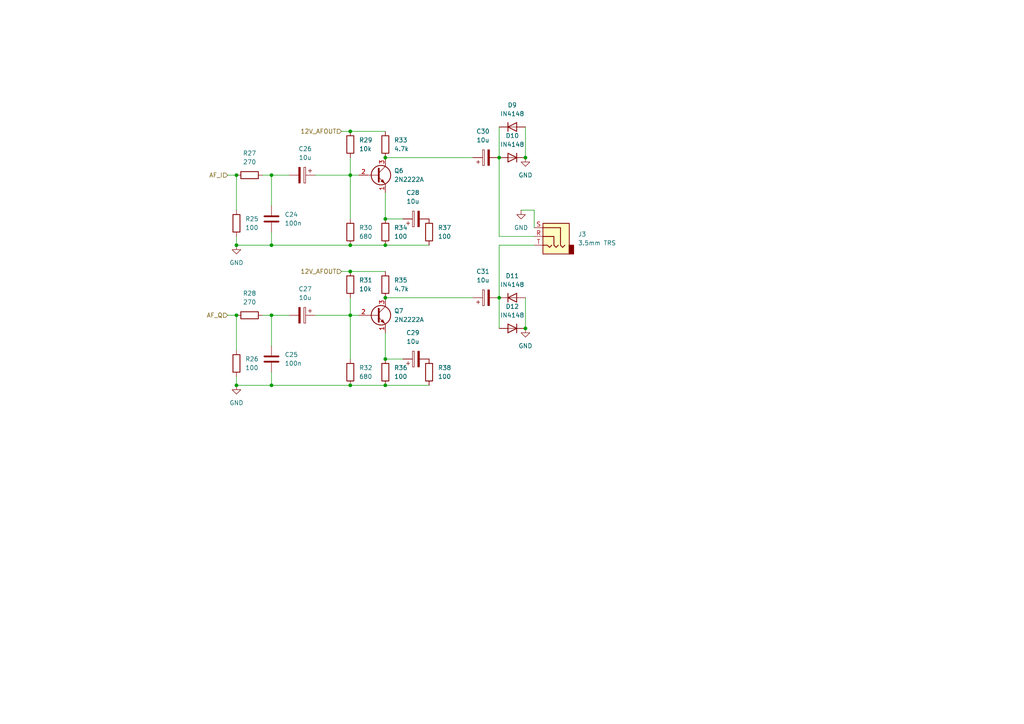
<source format=kicad_sch>
(kicad_sch (version 20250114) (generator "eeschema") (generator_version "9.0")
  (paper "A4")
  (lib_symbols
    (symbol "Connector_Audio:AudioJack3"
      (property "Reference" "J" (at 0 8.89 0))
      (property "Value" "AudioJack3" (at 0 6.35 0))
      (symbol "AudioJack3_0_1"
        (rectangle (start -5.08 -5.08) (end -6.35 -2.54) (stroke (width 0.254)) (fill (type outline)))
        (polyline (pts (xy -1.905 -2.54) (xy -1.27 -3.175) (xy -0.635 -2.54) (xy -0.635 0) (xy 2.54 0)) (stroke (width 0.254)))
        (polyline (pts (xy 0 -2.54) (xy 0.635 -3.175) (xy 1.27 -2.54) (xy 2.54 -2.54)) (stroke (width 0.254)))
        (rectangle (start 2.54 3.81) (end -5.08 -5.08) (stroke (width 0.254)) (fill (type background)))
        (polyline (pts (xy 2.54 2.54) (xy -2.54 2.54) (xy -2.54 -2.54) (xy -3.175 -3.175) (xy -3.81 -2.54)) (stroke (width 0.254)))
      )
      (symbol "AudioJack3_1_1"
        (pin passive line (at 5.08 2.54 180) (length 2.54) (name "~") (number "S"))
        (pin passive line (at 5.08 0 180) (length 2.54) (name "~") (number "R"))
        (pin passive line (at 5.08 -2.54 180) (length 2.54) (name "~") (number "T"))
      )
    )
    (symbol "Device:C" (pin_numbers (hide yes)) (pin_names (offset 0.254))
      (property "Reference" "C" (at 0.635 2.54 0))
      (property "Value" "C" (at 0.635 -2.54 0))
      (symbol "C_0_1"
        (polyline (pts (xy -2.032 0.762) (xy 2.032 0.762)) (stroke (width 0.508)))
        (polyline (pts (xy -2.032 -0.762) (xy 2.032 -0.762)) (stroke (width 0.508)))
      )
      (symbol "C_1_1"
        (pin passive line (at 0 3.81 270) (length 2.794) (name "~") (number "1"))
        (pin passive line (at 0 -3.81 90) (length 2.794) (name "~") (number "2"))
      )
    )
    (symbol "Device:C_Polarized" (pin_numbers (hide yes)) (pin_names (offset 0.254))
      (property "Reference" "C" (at 0.635 2.54 0))
      (property "Value" "C_Polarized" (at 0.635 -2.54 0))
      (symbol "C_Polarized_0_1"
        (rectangle (start -2.286 0.508) (end 2.286 1.016))
        (polyline (pts (xy -1.778 2.286) (xy -0.762 2.286)))
        (polyline (pts (xy -1.27 2.794) (xy -1.27 1.778)))
        (rectangle (start 2.286 -0.508) (end -2.286 -1.016) (fill (type outline)))
      )
      (symbol "C_Polarized_1_1"
        (pin passive line (at 0 3.81 270) (length 2.794) (name "~") (number "1"))
        (pin passive line (at 0 -3.81 90) (length 2.794) (name "~") (number "2"))
      )
    )
    (symbol "Device:D" (pin_numbers (hide yes)) (pin_names (offset 1.016) (hide yes))
      (property "Reference" "D" (at 0 2.54 0))
      (property "Value" "D" (at 0 -2.54 0))
      (symbol "D_0_1"
        (polyline (pts (xy -1.27 1.27) (xy -1.27 -1.27)) (stroke (width 0.254)))
        (polyline (pts (xy 1.27 1.27) (xy 1.27 -1.27) (xy -1.27 0) (xy 1.27 1.27)) (stroke (width 0.254)))
        (polyline (pts (xy 1.27 0) (xy -1.27 0)))
      )
      (symbol "D_1_1"
        (pin passive line (at -3.81 0 0) (length 2.54) (name "K") (number "1"))
        (pin passive line (at 3.81 0 180) (length 2.54) (name "A") (number "2"))
      )
    )
    (symbol "Device:R" (pin_numbers (hide yes)) (pin_names (offset 0))
      (property "Reference" "R" (at 2.032 0 90))
      (property "Value" "R" (at 0 0 90))
      (symbol "R_0_1"
        (rectangle (start -1.016 -2.54) (end 1.016 2.54) (stroke (width 0.254)))
      )
      (symbol "R_1_1"
        (pin passive line (at 0 3.81 270) (length 1.27) (name "~") (number "1"))
        (pin passive line (at 0 -3.81 90) (length 1.27) (name "~") (number "2"))
      )
    )
    (symbol "Transistor_BJT:Q_NPN_EBC" (pin_names (offset 0) (hide yes))
      (property "Reference" "Q" (at 5.08 1.27 0))
      (property "Value" "Q_NPN_EBC" (at 5.08 -1.27 0))
      (symbol "Q_NPN_EBC_0_1"
        (polyline (pts (xy -2.54 0) (xy 0.635 0)))
        (polyline (pts (xy 0.635 1.905) (xy 0.635 -1.905)) (stroke (width 0.508)))
        (circle (center 1.27 0) (radius 2.8194) (stroke (width 0.254)))
      )
      (symbol "Q_NPN_EBC_1_1"
        (polyline (pts (xy 0.635 0.635) (xy 2.54 2.54)))
        (polyline (pts (xy 0.635 -0.635) (xy 2.54 -2.54)))
        (polyline (pts (xy 1.27 -1.778) (xy 1.778 -1.27) (xy 2.286 -2.286) (xy 1.27 -1.778)) (fill (type outline)))
        (pin input line (at -5.08 0 0) (length 2.54) (name "B") (number "2"))
        (pin passive line (at 2.54 5.08 270) (length 2.54) (name "C") (number "3"))
        (pin passive line (at 2.54 -5.08 90) (length 2.54) (name "E") (number "1"))
      )
    )
    (symbol "power:GND" (power) (pin_numbers (hide yes)) (pin_names (offset 0) (hide yes))
      (property "Value" "GND" (at 0 -3.81 0))
      (symbol "GND_0_1"
        (polyline (pts (xy 0 0) (xy 0 -1.27) (xy 1.27 -1.27) (xy 0 -2.54) (xy -1.27 -1.27) (xy 0 -1.27)))
      )
      (symbol "GND_1_1"
        (pin power_in line (at 0 0 270) (length 0) (name "~") (number "1"))
      )
    )
  )
  (junction (at 111.76 86.36))
  (junction (at 78.74 91.44))
  (junction (at 152.4 45.72))
  (junction (at 101.6 38.1))
  (junction (at 144.78 45.72))
  (junction (at 101.6 78.74))
  (junction (at 68.58 91.44))
  (junction (at 111.76 71.12))
  (junction (at 111.76 63.5))
  (junction (at 101.6 50.8))
  (junction (at 68.58 111.76))
  (junction (at 78.74 111.76))
  (junction (at 101.6 111.76))
  (junction (at 78.74 50.8))
  (junction (at 101.6 91.44))
  (junction (at 111.76 104.14))
  (junction (at 101.6 71.12))
  (junction (at 111.76 45.72))
  (junction (at 144.78 86.36))
  (junction (at 68.58 50.8))
  (junction (at 152.4 95.25))
  (junction (at 78.74 71.12))
  (junction (at 111.76 111.76))
  (junction (at 68.58 71.12))
  (wire (pts (xy 101.6 91.44) (xy 104.14 91.44)))
  (wire (pts (xy 66.04 91.44) (xy 68.58 91.44)))
  (wire (pts (xy 78.74 107.95) (xy 78.74 111.76)))
  (wire (pts (xy 144.78 45.72) (xy 144.78 68.58)))
  (wire (pts (xy 66.04 50.8) (xy 68.58 50.8)))
  (wire (pts (xy 111.76 63.5) (xy 111.76 55.88)))
  (wire (pts (xy 68.58 50.8) (xy 68.58 60.96)))
  (wire (pts (xy 91.44 91.44) (xy 101.6 91.44)))
  (wire (pts (xy 101.6 50.8) (xy 101.6 63.5)))
  (wire (pts (xy 144.78 71.12) (xy 144.78 86.36)))
  (wire (pts (xy 101.6 71.12) (xy 111.76 71.12)))
  (wire (pts (xy 78.74 111.76) (xy 101.6 111.76)))
  (wire (pts (xy 101.6 38.1) (xy 111.76 38.1)))
  (wire (pts (xy 111.76 104.14) (xy 111.76 96.52)))
  (wire (pts (xy 144.78 86.36) (xy 144.78 95.25)))
  (wire (pts (xy 144.78 68.58) (xy 154.94 68.58)))
  (wire (pts (xy 152.4 86.36) (xy 152.4 95.25)))
  (wire (pts (xy 111.76 63.5) (xy 116.84 63.5)))
  (wire (pts (xy 111.76 104.14) (xy 116.84 104.14)))
  (wire (pts (xy 154.94 60.96) (xy 151.13 60.96)))
  (wire (pts (xy 111.76 111.76) (xy 124.46 111.76)))
  (wire (pts (xy 99.06 78.74) (xy 101.6 78.74)))
  (wire (pts (xy 78.74 67.31) (xy 78.74 71.12)))
  (wire (pts (xy 78.74 91.44) (xy 78.74 100.33)))
  (wire (pts (xy 68.58 71.12) (xy 68.58 68.58)))
  (wire (pts (xy 76.2 91.44) (xy 78.74 91.44)))
  (wire (pts (xy 144.78 36.83) (xy 144.78 45.72)))
  (wire (pts (xy 101.6 78.74) (xy 111.76 78.74)))
  (wire (pts (xy 78.74 111.76) (xy 68.58 111.76)))
  (wire (pts (xy 152.4 36.83) (xy 152.4 45.72)))
  (wire (pts (xy 101.6 50.8) (xy 104.14 50.8)))
  (wire (pts (xy 91.44 50.8) (xy 101.6 50.8)))
  (wire (pts (xy 78.74 71.12) (xy 101.6 71.12)))
  (wire (pts (xy 101.6 91.44) (xy 101.6 104.14)))
  (wire (pts (xy 101.6 111.76) (xy 111.76 111.76)))
  (wire (pts (xy 78.74 91.44) (xy 83.82 91.44)))
  (wire (pts (xy 101.6 45.72) (xy 101.6 50.8)))
  (wire (pts (xy 111.76 86.36) (xy 137.16 86.36)))
  (wire (pts (xy 111.76 45.72) (xy 137.16 45.72)))
  (wire (pts (xy 111.76 71.12) (xy 124.46 71.12)))
  (wire (pts (xy 78.74 71.12) (xy 68.58 71.12)))
  (wire (pts (xy 78.74 50.8) (xy 83.82 50.8)))
  (wire (pts (xy 99.06 38.1) (xy 101.6 38.1)))
  (wire (pts (xy 101.6 86.36) (xy 101.6 91.44)))
  (wire (pts (xy 68.58 111.76) (xy 68.58 109.22)))
  (wire (pts (xy 144.78 71.12) (xy 154.94 71.12)))
  (wire (pts (xy 154.94 66.04) (xy 154.94 60.96)))
  (wire (pts (xy 78.74 50.8) (xy 78.74 59.69)))
  (wire (pts (xy 68.58 91.44) (xy 68.58 101.6)))
  (wire (pts (xy 76.2 50.8) (xy 78.74 50.8)))
  (hierarchical_label "AF_I" (shape input) (at 66.04 50.8 180))
  (hierarchical_label "AF_Q" (shape input) (at 66.04 91.44 180))
  (hierarchical_label "12V_AFOUT" (shape input) (at 99.06 38.1 180))
  (hierarchical_label "12V_AFOUT" (shape input) (at 99.06 78.74 180))
  (symbol (lib_id "Device:R") (at 68.58 64.77 0) (unit 1)
    (property "Reference" "R25" (at 71.12 63.4999 0) (effects (justify left)))
    (property "Value" "100" (at 71.12 66.0399 0) (effects (justify left)))
    (property "Description" "Resistor" (effects (hide yes)))
  )
  (symbol (lib_id "power:GND") (at 68.58 71.12 0) (unit 1)
    (property "Reference" "#PWR012" (effects (hide yes)))
    (property "Value" "GND" (at 68.58 76.2 0))
    (property "Description" "Power symbol creates a global label with name \"GND\" , ground" (effects (hide yes)))
  )
  (symbol (lib_id "power:GND") (at 152.4 95.25 0) (unit 1)
    (property "Reference" "#PWR016" (effects (hide yes)))
    (property "Value" "GND" (at 152.4 100.33 0))
    (property "Description" "Power symbol creates a global label with name \"GND\" , ground" (effects (hide yes)))
  )
  (symbol (lib_id "Device:R") (at 111.76 41.91 0) (unit 1)
    (property "Reference" "R33" (at 114.3 40.6399 0) (effects (justify left)))
    (property "Value" "4.7k" (at 114.3 43.1799 0) (effects (justify left)))
    (property "Description" "Resistor" (effects (hide yes)))
  )
  (symbol (lib_id "Device:D") (at 148.59 36.83 0) (unit 1)
    (property "Reference" "D9" (at 148.59 30.48 0))
    (property "Value" "IN4148" (at 148.59 33.02 0))
    (property "Description" "Diode" (effects (hide yes)))
    (property "Sim.Device" "D" (effects (hide yes)))
    (property "Sim.Pins" "1=K 2=A" (effects (hide yes)))
  )
  (symbol (lib_id "Device:R") (at 111.76 67.31 0) (unit 1)
    (property "Reference" "R34" (at 114.3 66.0399 0) (effects (justify left)))
    (property "Value" "100" (at 114.3 68.5799 0) (effects (justify left)))
    (property "Description" "Resistor" (effects (hide yes)))
  )
  (symbol (lib_id "Device:C") (at 78.74 104.14 0) (unit 1)
    (property "Reference" "C25" (at 82.55 102.8699 0) (effects (justify left)))
    (property "Value" "100n" (at 82.55 105.4099 0) (effects (justify left)))
    (property "Description" "Unpolarized capacitor" (effects (hide yes)))
  )
  (symbol (lib_id "Device:C_Polarized") (at 87.63 50.8 270) (unit 1)
    (property "Reference" "C26" (at 88.519 43.18 90))
    (property "Value" "10u" (at 88.519 45.72 90))
    (property "Description" "Polarized capacitor" (effects (hide yes)))
  )
  (symbol (lib_id "Transistor_BJT:Q_NPN_EBC") (at 109.22 91.44 0) (unit 1)
    (property "Reference" "Q7" (at 114.3 90.1699 0) (effects (justify left)))
    (property "Value" "2N2222A" (at 114.3 92.7099 0) (effects (justify left)))
    (property "Description" "NPN transistor, emitter/base/collector" (effects (hide yes)))
  )
  (symbol (lib_id "Connector_Audio:AudioJack3") (at 160.02 68.58 0) (mirror y) (unit 1)
    (property "Reference" "J3" (at 167.64 67.9449 0) (effects (justify right)))
    (property "Value" "3.5mm TRS" (at 167.64 70.4849 0) (effects (justify right)))
    (property "Description" "Audio Jack, 3 Poles (Stereo / TRS)" (effects (hide yes)))
  )
  (symbol (lib_id "Device:R") (at 111.76 107.95 0) (unit 1)
    (property "Reference" "R36" (at 114.3 106.6799 0) (effects (justify left)))
    (property "Value" "100" (at 114.3 109.2199 0) (effects (justify left)))
    (property "Description" "Resistor" (effects (hide yes)))
  )
  (symbol (lib_id "Transistor_BJT:Q_NPN_EBC") (at 109.22 50.8 0) (unit 1)
    (property "Reference" "Q6" (at 114.3 49.5299 0) (effects (justify left)))
    (property "Value" "2N2222A" (at 114.3 52.0699 0) (effects (justify left)))
    (property "Description" "NPN transistor, emitter/base/collector" (effects (hide yes)))
  )
  (symbol (lib_id "Device:R") (at 101.6 41.91 0) (unit 1)
    (property "Reference" "R29" (at 104.14 40.6399 0) (effects (justify left)))
    (property "Value" "10k" (at 104.14 43.1799 0) (effects (justify left)))
    (property "Description" "Resistor" (effects (hide yes)))
  )
  (symbol (lib_id "Device:R") (at 111.76 82.55 0) (unit 1)
    (property "Reference" "R35" (at 114.3 81.2799 0) (effects (justify left)))
    (property "Value" "4.7k" (at 114.3 83.8199 0) (effects (justify left)))
    (property "Description" "Resistor" (effects (hide yes)))
  )
  (symbol (lib_id "power:GND") (at 68.58 111.76 0) (unit 1)
    (property "Reference" "#PWR013" (effects (hide yes)))
    (property "Value" "GND" (at 68.58 116.84 0))
    (property "Description" "Power symbol creates a global label with name \"GND\" , ground" (effects (hide yes)))
  )
  (symbol (lib_id "Device:C_Polarized") (at 140.97 45.72 90) (unit 1)
    (property "Reference" "C30" (at 140.081 38.1 90))
    (property "Value" "10u" (at 140.081 40.64 90))
    (property "Description" "Polarized capacitor" (effects (hide yes)))
  )
  (symbol (lib_id "Device:R") (at 72.39 50.8 270) (unit 1)
    (property "Reference" "R27" (at 72.39 44.45 90))
    (property "Value" "270" (at 72.39 46.99 90))
    (property "Description" "Resistor" (effects (hide yes)))
  )
  (symbol (lib_id "Device:C_Polarized") (at 120.65 104.14 90) (unit 1)
    (property "Reference" "C29" (at 119.761 96.52 90))
    (property "Value" "10u" (at 119.761 99.06 90))
    (property "Description" "Polarized capacitor" (effects (hide yes)))
  )
  (symbol (lib_id "power:GND") (at 152.4 45.72 0) (unit 1)
    (property "Reference" "#PWR015" (effects (hide yes)))
    (property "Value" "GND" (at 152.4 50.8 0))
    (property "Description" "Power symbol creates a global label with name \"GND\" , ground" (effects (hide yes)))
  )
  (symbol (lib_id "Device:D") (at 148.59 45.72 180) (unit 1)
    (property "Reference" "D10" (at 148.59 39.37 0))
    (property "Value" "IN4148" (at 148.59 41.91 0))
    (property "Description" "Diode" (effects (hide yes)))
    (property "Sim.Device" "D" (effects (hide yes)))
    (property "Sim.Pins" "1=K 2=A" (effects (hide yes)))
  )
  (symbol (lib_id "Device:D") (at 148.59 86.36 0) (unit 1)
    (property "Reference" "D11" (at 148.59 80.01 0))
    (property "Value" "IN4148" (at 148.59 82.55 0))
    (property "Description" "Diode" (effects (hide yes)))
    (property "Sim.Device" "D" (effects (hide yes)))
    (property "Sim.Pins" "1=K 2=A" (effects (hide yes)))
  )
  (symbol (lib_id "Device:C_Polarized") (at 140.97 86.36 90) (unit 1)
    (property "Reference" "C31" (at 140.081 78.74 90))
    (property "Value" "10u" (at 140.081 81.28 90))
    (property "Description" "Polarized capacitor" (effects (hide yes)))
  )
  (symbol (lib_id "power:GND") (at 151.13 60.96 0) (unit 1)
    (property "Reference" "#PWR014" (effects (hide yes)))
    (property "Value" "GND" (at 151.13 66.04 0))
    (property "Description" "Power symbol creates a global label with name \"GND\" , ground" (effects (hide yes)))
  )
  (symbol (lib_id "Device:R") (at 101.6 67.31 0) (unit 1)
    (property "Reference" "R30" (at 104.14 66.0399 0) (effects (justify left)))
    (property "Value" "680" (at 104.14 68.5799 0) (effects (justify left)))
    (property "Description" "Resistor" (effects (hide yes)))
  )
  (symbol (lib_id "Device:C_Polarized") (at 87.63 91.44 270) (unit 1)
    (property "Reference" "C27" (at 88.519 83.82 90))
    (property "Value" "10u" (at 88.519 86.36 90))
    (property "Description" "Polarized capacitor" (effects (hide yes)))
  )
  (symbol (lib_id "Device:R") (at 68.58 105.41 0) (unit 1)
    (property "Reference" "R26" (at 71.12 104.1399 0) (effects (justify left)))
    (property "Value" "100" (at 71.12 106.6799 0) (effects (justify left)))
    (property "Description" "Resistor" (effects (hide yes)))
  )
  (symbol (lib_id "Device:R") (at 124.46 67.31 0) (unit 1)
    (property "Reference" "R37" (at 127 66.0399 0) (effects (justify left)))
    (property "Value" "100" (at 127 68.5799 0) (effects (justify left)))
    (property "Description" "Resistor" (effects (hide yes)))
  )
  (symbol (lib_id "Device:R") (at 124.46 107.95 0) (unit 1)
    (property "Reference" "R38" (at 127 106.6799 0) (effects (justify left)))
    (property "Value" "100" (at 127 109.2199 0) (effects (justify left)))
    (property "Description" "Resistor" (effects (hide yes)))
  )
  (symbol (lib_id "Device:R") (at 101.6 107.95 0) (unit 1)
    (property "Reference" "R32" (at 104.14 106.6799 0) (effects (justify left)))
    (property "Value" "680" (at 104.14 109.2199 0) (effects (justify left)))
    (property "Description" "Resistor" (effects (hide yes)))
  )
  (symbol (lib_id "Device:D") (at 148.59 95.25 180) (unit 1)
    (property "Reference" "D12" (at 148.59 88.9 0))
    (property "Value" "IN4148" (at 148.59 91.44 0))
    (property "Description" "Diode" (effects (hide yes)))
    (property "Sim.Device" "D" (effects (hide yes)))
    (property "Sim.Pins" "1=K 2=A" (effects (hide yes)))
  )
  (symbol (lib_id "Device:R") (at 101.6 82.55 0) (unit 1)
    (property "Reference" "R31" (at 104.14 81.2799 0) (effects (justify left)))
    (property "Value" "10k" (at 104.14 83.8199 0) (effects (justify left)))
    (property "Description" "Resistor" (effects (hide yes)))
  )
  (symbol (lib_id "Device:C") (at 78.74 63.5 0) (unit 1)
    (property "Reference" "C24" (at 82.55 62.2299 0) (effects (justify left)))
    (property "Value" "100n" (at 82.55 64.7699 0) (effects (justify left)))
    (property "Description" "Unpolarized capacitor" (effects (hide yes)))
  )
  (symbol (lib_id "Device:C_Polarized") (at 120.65 63.5 90) (unit 1)
    (property "Reference" "C28" (at 119.761 55.88 90))
    (property "Value" "10u" (at 119.761 58.42 90))
    (property "Description" "Polarized capacitor" (effects (hide yes)))
  )
  (symbol (lib_id "Device:R") (at 72.39 91.44 270) (unit 1)
    (property "Reference" "R28" (at 72.39 85.09 90))
    (property "Value" "270" (at 72.39 87.63 90))
    (property "Description" "Resistor" (effects (hide yes)))
  )
)
</source>
